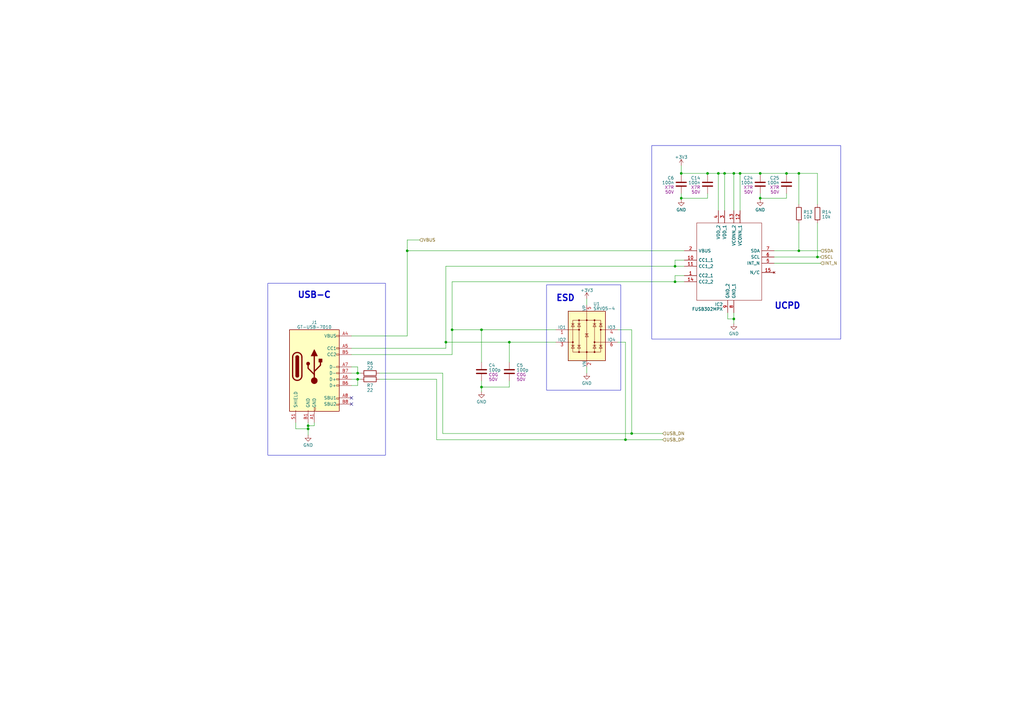
<source format=kicad_sch>
(kicad_sch (version 20230121) (generator eeschema)
  (paper "A3")
  (title_block (date "2023-03-03") (rev "A"))
  (lib_symbols
    (symbol "Capacitor_JLC:100n" (pin_numbers hide) (pin_names (offset 0.254))
      (property "Reference" "C" (at 3.175 3.175 0))
      (property "Value" "100n" (at 3.175 1.27 0))
      (property "Type" "X7R" (at 5.08 -3.175 0))
      (property "Voltage" "50V" (at 5.08 -1.27 0))
      (symbol "100n_0_1"
        (polyline (pts (xy -2.032 -0.762) (xy 2.032 -0.762)) (stroke (width 0.508)))
        (polyline (pts (xy -2.032 0.762) (xy 2.032 0.762)) (stroke (width 0.508)))
      )
      (symbol "100n_1_1"
        (pin passive line (at 0 3.81 270) (length 2.794) (name "~") (number "1"))
        (pin passive line (at 0 -3.81 90) (length 2.794) (name "~") (number "2"))
      )
    )
    (symbol "Capacitor_JLC:100p" (pin_numbers hide) (pin_names (offset 0.254))
      (property "Reference" "C" (at 0.635 2.54 0))
      (property "Value" "100p" (at 0.635 -2.54 0))
      (property "Type" "C0G" (at 5.08 2.54 0))
      (property "Voltage" "50V" (at 5.08 0 0))
      (symbol "100p_0_1"
        (polyline (pts (xy -2.032 -0.762) (xy 2.032 -0.762)) (stroke (width 0.508)))
        (polyline (pts (xy -2.032 0.762) (xy 2.032 0.762)) (stroke (width 0.508)))
      )
      (symbol "100p_1_1"
        (pin passive line (at 0 3.81 270) (length 2.794) (name "~") (number "1"))
        (pin passive line (at 0 -3.81 90) (length 2.794) (name "~") (number "2"))
      )
    )
    (symbol "Connector_JLC:GT-USB-7010" (pin_names (offset 1.016))
      (property "Reference" "J" (at -10.16 29.21 0))
      (property "Value" "GT-USB-7010" (at 10.16 29.21 0))
      (symbol "GT-USB-7010_0_0"
        (rectangle (start 0 -5.08) (end 0.508 -4.064))
        (rectangle (start 10.16 -2.54) (end 9.144 -3.048))
        (rectangle (start 10.16 0) (end 9.144 -0.508))
        (rectangle (start 10.16 5.334) (end 9.144 4.826))
        (rectangle (start 10.16 7.874) (end 9.144 7.366))
        (rectangle (start 10.16 10.414) (end 9.144 9.906))
        (rectangle (start 10.16 12.954) (end 9.144 12.446))
        (rectangle (start 10.16 18.034) (end 9.144 17.526))
        (rectangle (start 10.16 20.574) (end 9.144 20.066))
        (rectangle (start 10.16 25.654) (end 9.144 25.146))
      )
      (symbol "GT-USB-7010_0_1"
        (rectangle (start -10.16 27.94) (end 10.2108 -5.4864) (stroke (width 0.254)) (fill (type background)))
        (arc (start -8.89 9.0932) (mid -6.985 7.1965) (end -5.08 9.0932) (stroke (width 0.508)))
        (arc (start -7.62 9.0932) (mid -6.985 8.4609) (end -6.35 9.0932) (stroke (width 0.254)))
        (arc (start -7.62 9.0932) (mid -6.985 8.4609) (end -6.35 9.0932) (stroke (width 0.254)) (fill (type outline)))
        (rectangle (start -7.62 9.0932) (end -6.35 16.7132) (stroke (width 0.254)) (fill (type outline)))
        (arc (start -6.35 16.7132) (mid -6.985 17.3455) (end -7.62 16.7132) (stroke (width 0.254)))
        (arc (start -6.35 16.7132) (mid -6.985 17.3455) (end -7.62 16.7132) (stroke (width 0.254)) (fill (type outline)))
        (arc (start -5.08 16.7132) (mid -6.985 18.6099) (end -8.89 16.7132) (stroke (width 0.508)))
        (polyline (pts (xy -8.89 9.0932) (xy -8.89 16.7132)) (stroke (width 0.508)))
        (polyline (pts (xy -5.08 16.7132) (xy -5.08 9.0932)) (stroke (width 0.508)))
      )
      (symbol "GT-USB-7010_1_1"
        (circle (center -2.54 14.0462) (radius 0.635) (stroke (width 0.254)) (fill (type outline)))
        (polyline (pts (xy 0 7.0612) (xy 0 17.2212)) (stroke (width 0.508)))
        (polyline (pts (xy 0 9.6012) (xy -2.54 12.1412) (xy -2.54 13.4112)) (stroke (width 0.508)))
        (polyline (pts (xy 0 10.8712) (xy 2.54 13.4112) (xy 2.54 14.6812)) (stroke (width 0.508)))
        (polyline (pts (xy -1.27 17.2212) (xy 0 19.7612) (xy 1.27 17.2212) (xy -1.27 17.2212)) (stroke (width 0.254)) (fill (type outline)))
        (circle (center 0 7.0612) (radius 1.27) (fill (type outline)))
        (rectangle (start 1.905 14.6812) (end 3.175 15.9512) (stroke (width 0.254)) (fill (type outline)))
        (pin passive line (at 0 -10.16 90) (length 5.08) (name "GND") (number "A1"))
        (pin passive line (at 15.24 25.4 180) (length 5.08) (name "VBUS") (number "A4"))
        (pin bidirectional line (at 15.24 20.32 180) (length 5.08) (name "CC1") (number "A5"))
        (pin bidirectional line (at 15.24 7.62 180) (length 5.08) (name "D+") (number "A6"))
        (pin bidirectional line (at 15.24 12.7 180) (length 5.08) (name "D-") (number "A7"))
        (pin bidirectional line (at 15.24 0 180) (length 5.08) (name "SBU1") (number "A8"))
        (pin passive line (at 15.24 25.4 180) (length 5.08) hide (name "VBUS") (number "A9"))
        (pin passive line (at -2.54 -10.16 90) (length 5.08) (name "GND") (number "B1"))
        (pin passive line (at 15.24 25.4 180) (length 5.08) hide (name "VBUS") (number "B4"))
        (pin bidirectional line (at 15.24 17.78 180) (length 5.08) (name "CC2") (number "B5"))
        (pin bidirectional line (at 15.24 5.08 180) (length 5.08) (name "D+") (number "B6"))
        (pin bidirectional line (at 15.24 10.16 180) (length 5.08) (name "D-") (number "B7"))
        (pin bidirectional line (at 15.24 -2.54 180) (length 5.08) (name "SBU2") (number "B8"))
        (pin passive line (at 15.24 25.4 180) (length 5.08) hide (name "VBUS") (number "B9"))
        (pin passive line (at -7.62 -10.16 90) (length 5.08) (name "SHIELD") (number "S1"))
      )
    )
    (symbol "Power_Protection:SRV05-4" (pin_names (offset 0))
      (property "Reference" "U" (at -5.08 11.43 0))
      (property "Value" "SRV05-4" (at 2.54 11.43 0))
      (symbol "SRV05-4_0_0"
        (rectangle (start -5.715 6.477) (end 5.715 -6.604))
        (polyline (pts (xy -3.175 -6.604) (xy -3.175 6.477)))
        (polyline (pts (xy 3.175 6.477) (xy 3.175 -6.604)))
      )
      (symbol "SRV05-4_0_1"
        (rectangle (start -7.62 10.16) (end 7.62 -10.16) (stroke (width 0.254)) (fill (type background)))
        (circle (center -5.715 -2.54) (radius 0.2794) (fill (type outline)))
        (circle (center -3.175 -6.604) (radius 0.2794) (fill (type outline)))
        (circle (center -3.175 2.54) (radius 0.2794) (fill (type outline)))
        (circle (center -3.175 6.477) (radius 0.2794) (fill (type outline)))
        (circle (center 0 -6.604) (radius 0.2794) (fill (type outline)))
        (polyline (pts (xy -7.747 2.54) (xy -3.175 2.54)))
        (polyline (pts (xy -7.62 -2.54) (xy -5.715 -2.54)))
        (polyline (pts (xy -5.08 -3.81) (xy -6.35 -3.81)))
        (polyline (pts (xy -5.08 5.08) (xy -6.35 5.08)))
        (polyline (pts (xy -2.54 -3.81) (xy -3.81 -3.81)))
        (polyline (pts (xy -2.54 5.08) (xy -3.81 5.08)))
        (polyline (pts (xy 0 10.16) (xy 0 -10.16)))
        (polyline (pts (xy 3.81 -3.81) (xy 2.54 -3.81)))
        (polyline (pts (xy 3.81 5.08) (xy 2.54 5.08)))
        (polyline (pts (xy 6.35 -3.81) (xy 5.08 -3.81)))
        (polyline (pts (xy 6.35 5.08) (xy 5.08 5.08)))
        (polyline (pts (xy 7.62 -2.54) (xy 3.175 -2.54)))
        (polyline (pts (xy 7.62 2.54) (xy 5.715 2.54)))
        (polyline (pts (xy 0.635 0.889) (xy -0.635 0.889) (xy -0.635 0.635)))
        (polyline (pts (xy -5.08 -5.08) (xy -6.35 -5.08) (xy -5.715 -3.81) (xy -5.08 -5.08)))
        (polyline (pts (xy -5.08 3.81) (xy -6.35 3.81) (xy -5.715 5.08) (xy -5.08 3.81)))
        (polyline (pts (xy -2.54 -5.08) (xy -3.81 -5.08) (xy -3.175 -3.81) (xy -2.54 -5.08)))
        (polyline (pts (xy -2.54 3.81) (xy -3.81 3.81) (xy -3.175 5.08) (xy -2.54 3.81)))
        (polyline (pts (xy 0.635 -0.381) (xy -0.635 -0.381) (xy 0 0.889) (xy 0.635 -0.381)))
        (polyline (pts (xy 3.81 -5.08) (xy 2.54 -5.08) (xy 3.175 -3.81) (xy 3.81 -5.08)))
        (polyline (pts (xy 3.81 3.81) (xy 2.54 3.81) (xy 3.175 5.08) (xy 3.81 3.81)))
        (polyline (pts (xy 6.35 -5.08) (xy 5.08 -5.08) (xy 5.715 -3.81) (xy 6.35 -5.08)))
        (polyline (pts (xy 6.35 3.81) (xy 5.08 3.81) (xy 5.715 5.08) (xy 6.35 3.81)))
        (circle (center 0 6.477) (radius 0.2794) (fill (type outline)))
        (circle (center 3.175 -6.604) (radius 0.2794) (fill (type outline)))
        (circle (center 3.175 -2.54) (radius 0.2794) (fill (type outline)))
        (circle (center 3.175 6.477) (radius 0.2794) (fill (type outline)))
        (circle (center 5.715 2.54) (radius 0.2794) (fill (type outline)))
      )
      (symbol "SRV05-4_1_1"
        (pin passive line (at -12.7 2.54 0) (length 5.08) (name "IO1") (number "1"))
        (pin passive line (at 0 -12.7 90) (length 2.54) (name "VN") (number "2"))
        (pin passive line (at -12.7 -2.54 0) (length 5.08) (name "IO2") (number "3"))
        (pin passive line (at 12.7 2.54 180) (length 5.08) (name "IO3") (number "4"))
        (pin passive line (at 0 12.7 270) (length 2.54) (name "VP") (number "5"))
        (pin passive line (at 12.7 -2.54 180) (length 5.08) (name "IO4") (number "6"))
      )
    )
    (symbol "Resistor_JLC:10k" (pin_numbers hide) (pin_names (offset 0))
      (property "Reference" "R" (at 2.032 0 90))
      (property "Value" "10k" (at 0 0 90))
      (symbol "10k_0_1"
        (rectangle (start -1.016 -2.54) (end 1.016 2.54) (stroke (width 0.254)))
      )
      (symbol "10k_1_1"
        (pin passive line (at 0 3.81 270) (length 1.27) (name "~") (number "1"))
        (pin passive line (at 0 -3.81 90) (length 1.27) (name "~") (number "2"))
      )
    )
    (symbol "Resistor_JLC:22" (pin_numbers hide) (pin_names (offset 0))
      (property "Reference" "R" (at 2.032 0 90))
      (property "Value" "22" (at 0 0 90))
      (symbol "22_0_1"
        (rectangle (start -1.016 -2.54) (end 1.016 2.54) (stroke (width 0.254)))
      )
      (symbol "22_1_1"
        (pin passive line (at 0 3.81 270) (length 1.27) (name "~") (number "1"))
        (pin passive line (at 0 -3.81 90) (length 1.27) (name "~") (number "2"))
      )
    )
    (symbol "USB_JLC:FUSB302MPX" (pin_names (offset 0.762))
      (property "Reference" "IC" (at 26.67 20.32 0))
      (property "Value" "FUSB302MPX" (at 26.67 17.78 0))
      (symbol "FUSB302MPX_0_0"
        (pin passive line (at -1.27 -7.62 180) (length 5.08) (name "CC2_1") (number "1"))
        (pin passive line (at -1.27 -1.27 180) (length 5.08) (name "CC1_1") (number "10"))
        (pin passive line (at -1.27 -3.81 180) (length 5.08) (name "CC1_2") (number "11"))
        (pin passive line (at -24.13 19.05 270) (length 5.08) (name "VCONN_1") (number "12"))
        (pin passive line (at -21.59 19.05 270) (length 5.08) (name "VCONN_2") (number "13"))
        (pin passive line (at -1.27 -10.16 180) (length 5.08) (name "CC2_2") (number "14"))
        (pin no_connect line (at -38.1 -6.35 0) (length 5.08) (name "N/C") (number "15"))
        (pin passive line (at -1.27 2.54 180) (length 5.08) (name "VBUS") (number "2"))
        (pin passive line (at -17.78 19.05 270) (length 5.08) (name "VDD_1") (number "3"))
        (pin passive line (at -15.24 19.05 270) (length 5.08) (name "VDD_2") (number "4"))
        (pin passive line (at -38.1 -2.54 0) (length 5.08) (name "INT_N") (number "5"))
        (pin passive line (at -38.1 0 0) (length 5.08) (name "SCL") (number "6"))
        (pin passive line (at -38.1 2.54 0) (length 5.08) (name "SDA") (number "7"))
        (pin passive line (at -21.59 -22.86 90) (length 5.08) (name "GND_1") (number "8"))
        (pin passive line (at -19.05 -22.86 90) (length 5.08) (name "GND_2") (number "9"))
      )
      (symbol "FUSB302MPX_0_1"
        (rectangle (start -33.02 13.97) (end -6.35 -17.78) (stroke (width 0.1524)))
      )
    )
    (symbol "power:+3V3" (power) (pin_names (offset 0))
      (property "Value" "+3V3" (at 0 3.556 0))
      (symbol "+3V3_0_1"
        (polyline (pts (xy -0.762 1.27) (xy 0 2.54)))
        (polyline (pts (xy 0 0) (xy 0 2.54)))
        (polyline (pts (xy 0 2.54) (xy 0.762 1.27)))
      )
      (symbol "+3V3_1_1"
        (pin power_in line (at 0 0 90) (length 0) hide (name "+3V3") (number "1"))
      )
    )
    (symbol "power:GND" (power) (pin_names (offset 0))
      (property "Value" "GND" (at 0 -3.81 0))
      (symbol "GND_0_1"
        (polyline (pts (xy 0 0) (xy 0 -1.27) (xy 1.27 -1.27) (xy 0 -2.54) (xy -1.27 -1.27) (xy 0 -1.27)))
      )
      (symbol "GND_1_1"
        (pin power_in line (at 0 0 270) (length 0) hide (name "GND") (number "1"))
      )
    )
  )
  (junction (at 297.18 71.12))
  (junction (at 279.4 71.12))
  (junction (at 335.28 105.41))
  (junction (at 167.005 102.87))
  (junction (at 126.365 175.895))
  (junction (at 197.485 135.255))
  (junction (at 311.785 71.12))
  (junction (at 279.4 81.28))
  (junction (at 185.42 135.255))
  (junction (at 276.86 109.22))
  (junction (at 259.08 177.8))
  (junction (at 208.915 140.335))
  (junction (at 182.88 140.335))
  (junction (at 197.485 158.75))
  (junction (at 146.685 155.575))
  (junction (at 276.86 115.57))
  (junction (at 290.195 71.12))
  (junction (at 300.99 71.12))
  (junction (at 311.785 81.28))
  (junction (at 300.99 130.81))
  (junction (at 126.365 174.625))
  (junction (at 327.66 102.87))
  (junction (at 146.685 153.035))
  (junction (at 294.64 71.12))
  (junction (at 322.58 71.12))
  (junction (at 256.54 180.34))
  (junction (at 327.66 71.12))
  (junction (at 303.53 71.12))
  (no_connect (at 144.145 163.195))
  (no_connect (at 144.145 165.735))
  (wire (pts (xy 327.66 102.87) (xy 336.55 102.87)))
  (wire (pts (xy 167.005 102.87) (xy 167.005 137.795)))
  (wire (pts (xy 181.61 177.8) (xy 259.08 177.8)))
  (wire (pts (xy 256.54 180.34) (xy 271.78 180.34)))
  (wire (pts (xy 181.61 153.035) (xy 181.61 177.8)))
  (wire (pts (xy 335.28 71.12) (xy 335.28 83.82)))
  (wire (pts (xy 182.88 140.335) (xy 182.88 142.875)))
  (wire (pts (xy 276.86 113.03) (xy 276.86 115.57)))
  (wire (pts (xy 144.145 150.495) (xy 146.685 150.495)))
  (wire (pts (xy 172.085 98.425) (xy 167.005 98.425)))
  (wire (pts (xy 276.86 109.22) (xy 276.86 106.68)))
  (wire (pts (xy 167.005 102.87) (xy 280.67 102.87)))
  (wire (pts (xy 335.28 91.44) (xy 335.28 105.41)))
  (wire (pts (xy 290.195 71.12) (xy 294.64 71.12)))
  (wire (pts (xy 126.365 175.895) (xy 126.365 178.435)))
  (wire (pts (xy 146.685 155.575) (xy 147.955 155.575)))
  (wire (pts (xy 294.64 86.36) (xy 294.64 71.12)))
  (wire (pts (xy 322.58 81.28) (xy 311.785 81.28)))
  (wire (pts (xy 327.66 91.44) (xy 327.66 102.87)))
  (wire (pts (xy 197.485 135.255) (xy 227.965 135.255)))
  (wire (pts (xy 276.86 106.68) (xy 280.67 106.68)))
  (wire (pts (xy 167.005 137.795) (xy 144.145 137.795)))
  (wire (pts (xy 185.42 135.255) (xy 197.485 135.255)))
  (wire (pts (xy 297.18 71.12) (xy 294.64 71.12)))
  (wire (pts (xy 311.785 71.755) (xy 311.785 71.12)))
  (wire (pts (xy 311.785 79.375) (xy 311.785 81.28)))
  (wire (pts (xy 146.685 150.495) (xy 146.685 153.035)))
  (wire (pts (xy 182.88 140.335) (xy 208.915 140.335)))
  (wire (pts (xy 322.58 79.375) (xy 322.58 81.28)))
  (wire (pts (xy 298.45 128.27) (xy 298.45 130.81)))
  (wire (pts (xy 279.4 81.28) (xy 279.4 81.915)))
  (wire (pts (xy 185.42 145.415) (xy 144.145 145.415)))
  (wire (pts (xy 280.67 109.22) (xy 276.86 109.22)))
  (wire (pts (xy 128.905 173.355) (xy 128.905 174.625)))
  (wire (pts (xy 279.4 67.945) (xy 279.4 71.12)))
  (wire (pts (xy 185.42 135.255) (xy 185.42 145.415)))
  (wire (pts (xy 197.485 156.21) (xy 197.485 158.75)))
  (wire (pts (xy 259.08 177.8) (xy 271.78 177.8)))
  (wire (pts (xy 146.685 153.035) (xy 144.145 153.035)))
  (wire (pts (xy 290.195 79.375) (xy 290.195 81.28)))
  (wire (pts (xy 167.005 98.425) (xy 167.005 102.87)))
  (wire (pts (xy 182.88 109.22) (xy 182.88 140.335)))
  (wire (pts (xy 146.685 153.035) (xy 147.955 153.035)))
  (wire (pts (xy 208.915 156.21) (xy 208.915 158.75)))
  (wire (pts (xy 182.88 109.22) (xy 276.86 109.22)))
  (wire (pts (xy 303.53 71.12) (xy 311.785 71.12)))
  (wire (pts (xy 335.28 105.41) (xy 336.55 105.41)))
  (wire (pts (xy 300.99 130.81) (xy 300.99 132.715)))
  (wire (pts (xy 303.53 71.12) (xy 300.99 71.12)))
  (wire (pts (xy 279.4 79.375) (xy 279.4 81.28)))
  (wire (pts (xy 197.485 148.59) (xy 197.485 135.255)))
  (wire (pts (xy 253.365 135.255) (xy 259.08 135.255)))
  (wire (pts (xy 144.145 155.575) (xy 146.685 155.575)))
  (wire (pts (xy 256.54 140.335) (xy 256.54 180.34)))
  (wire (pts (xy 276.86 115.57) (xy 280.67 115.57)))
  (wire (pts (xy 121.285 173.355) (xy 121.285 175.895)))
  (wire (pts (xy 208.915 158.75) (xy 197.485 158.75)))
  (wire (pts (xy 317.5 105.41) (xy 335.28 105.41)))
  (wire (pts (xy 311.785 81.28) (xy 311.785 81.915)))
  (wire (pts (xy 280.67 113.03) (xy 276.86 113.03)))
  (wire (pts (xy 327.66 71.12) (xy 327.66 83.82)))
  (wire (pts (xy 121.285 175.895) (xy 126.365 175.895)))
  (wire (pts (xy 253.365 140.335) (xy 256.54 140.335)))
  (wire (pts (xy 322.58 71.12) (xy 322.58 71.755)))
  (wire (pts (xy 317.5 102.87) (xy 327.66 102.87)))
  (wire (pts (xy 300.99 128.27) (xy 300.99 130.81)))
  (wire (pts (xy 259.08 135.255) (xy 259.08 177.8)))
  (wire (pts (xy 279.4 71.12) (xy 290.195 71.12)))
  (wire (pts (xy 126.365 174.625) (xy 126.365 175.895)))
  (wire (pts (xy 317.5 107.95) (xy 336.55 107.95)))
  (wire (pts (xy 197.485 158.75) (xy 197.485 160.655)))
  (wire (pts (xy 128.905 174.625) (xy 126.365 174.625)))
  (wire (pts (xy 290.195 71.12) (xy 290.195 71.755)))
  (wire (pts (xy 208.915 140.335) (xy 227.965 140.335)))
  (wire (pts (xy 155.575 155.575) (xy 179.07 155.575)))
  (wire (pts (xy 146.685 158.115) (xy 146.685 155.575)))
  (wire (pts (xy 144.145 158.115) (xy 146.685 158.115)))
  (wire (pts (xy 179.07 180.34) (xy 256.54 180.34)))
  (wire (pts (xy 279.4 71.12) (xy 279.4 71.755)))
  (wire (pts (xy 185.42 115.57) (xy 276.86 115.57)))
  (wire (pts (xy 322.58 71.12) (xy 327.66 71.12)))
  (wire (pts (xy 126.365 173.355) (xy 126.365 174.625)))
  (wire (pts (xy 327.66 71.12) (xy 335.28 71.12)))
  (wire (pts (xy 240.665 122.555) (xy 240.665 125.095)))
  (wire (pts (xy 300.99 71.12) (xy 297.18 71.12)))
  (wire (pts (xy 185.42 115.57) (xy 185.42 135.255)))
  (wire (pts (xy 311.785 71.12) (xy 322.58 71.12)))
  (wire (pts (xy 300.99 71.12) (xy 300.99 86.36)))
  (wire (pts (xy 290.195 81.28) (xy 279.4 81.28)))
  (wire (pts (xy 144.145 142.875) (xy 182.88 142.875)))
  (wire (pts (xy 297.18 71.12) (xy 297.18 86.36)))
  (wire (pts (xy 303.53 86.36) (xy 303.53 71.12)))
  (wire (pts (xy 155.575 153.035) (xy 181.61 153.035)))
  (wire (pts (xy 208.915 148.59) (xy 208.915 140.335)))
  (wire (pts (xy 240.665 150.495) (xy 240.665 153.035)))
  (wire (pts (xy 298.45 130.81) (xy 300.99 130.81)))
  (wire (pts (xy 179.07 155.575) (xy 179.07 180.34)))
  (rectangle (start 224.155 116.84) (end 254.635 160.02))
  (rectangle (start 109.855 116.205) (end 158.115 186.69))
  (rectangle (start 267.335 59.69) (end 344.805 139.065))
  (text "ESD" (at 227.965 123.825 0) (effects (font (size 2.54 2.54) (thickness 0.508) bold) (justify left bottom)))
  (text "USB-C" (at 121.92 122.555 0) (effects (font (size 2.54 2.54) (thickness 0.508) bold) (justify left bottom)))
  (text "UCPD" (at 317.5 127 0) (effects (font (size 2.54 2.54) (thickness 0.508) bold) (justify left bottom)))
  (hierarchical_label "VBUS" (shape input) (at 172.085 98.425 0))
  (hierarchical_label "SDA" (shape input) (at 336.55 102.87 0))
  (hierarchical_label "USB_DP" (shape input) (at 271.78 180.34 0))
  (hierarchical_label "USB_DN" (shape input) (at 271.78 177.8 0))
  (hierarchical_label "SCL" (shape input) (at 336.55 105.41 0))
  (hierarchical_label "INT_N" (shape input) (at 336.55 107.95 0))
  (symbol (lib_id "Connector_JLC:GT-USB-7010") (at 128.905 163.195 0) (unit 1)
    (property "Reference" "J1" (at 128.9304 132.2451 0))
    (property "Value" "GT-USB-7010" (at 128.9304 134.1661 0))
    (property "Footprint" "Connectors_JT:GT-USB-7010A" (effects hide))
    (property "Datasheet" "https://www.dg-switch.com/uploads/soft/190828/GT-USB-7010X.pdf" (effects hide))
    (property "LCSC" "C963370" (effects hide))
  )
  (symbol (lib_id "power:GND") (at 126.365 178.435 0) (unit 1)
    (property "Reference" "#PWR05" (effects hide))
    (property "Value" "GND" (at 126.365 182.5705 0))
  )
  (symbol (lib_id "power:+3V3") (at 240.665 122.555 0) (unit 1)
    (property "Reference" "#PWR06" (effects hide))
    (property "Value" "+3V3" (at 240.665 119.0531 0))
  )
  (symbol (lib_id "Capacitor_JLC:100n") (at 290.195 75.565 0) (mirror x) (unit 1)
    (property "Reference" "C14" (at 287.2741 73.0003 0) (effects (justify right)))
    (property "Value" "100n" (at 287.2741 74.9213 0) (effects (justify right)))
    (property "Footprint" "Capacitor_SMD:C_0402_1005Metric" (effects hide))
    (property "Type" "X7R" (at 287.2741 76.8423 0) (effects (justify right)))
    (property "LCSC" "C307331" (effects hide))
    (property "Voltage" "50V" (at 287.2741 78.7633 0) (effects (justify right)))
  )
  (symbol (lib_id "Resistor_JLC:10k") (at 327.66 87.63 0) (unit 1)
    (property "Reference" "R13" (at 329.438 86.9863 0) (effects (justify left)))
    (property "Value" "10k" (at 329.438 88.9073 0) (effects (justify left)))
    (property "Footprint" "Resistor_SMD:R_0402_1005Metric" (effects hide))
    (property "LCSC" "C25744" (effects hide))
  )
  (symbol (lib_id "power:GND") (at 279.4 81.915 0) (unit 1)
    (property "Reference" "#PWR011" (effects hide))
    (property "Value" "GND" (at 279.4 86.0505 0))
  )
  (symbol (lib_id "Capacitor_JLC:100n") (at 322.58 75.565 0) (mirror x) (unit 1)
    (property "Reference" "C25" (at 319.6591 73.0003 0) (effects (justify right)))
    (property "Value" "100n" (at 319.6591 74.9213 0) (effects (justify right)))
    (property "Footprint" "Capacitor_SMD:C_0402_1005Metric" (effects hide))
    (property "Type" "X7R" (at 319.6591 76.8423 0) (effects (justify right)))
    (property "LCSC" "C307331" (effects hide))
    (property "Voltage" "50V" (at 319.6591 78.7633 0) (effects (justify right)))
  )
  (symbol (lib_id "Capacitor_JLC:100n") (at 279.4 75.565 0) (mirror x) (unit 1)
    (property "Reference" "C6" (at 276.4791 73.0003 0) (effects (justify right)))
    (property "Value" "100n" (at 276.4791 74.9213 0) (effects (justify right)))
    (property "Footprint" "Capacitor_SMD:C_0402_1005Metric" (effects hide))
    (property "Type" "X7R" (at 276.4791 76.8423 0) (effects (justify right)))
    (property "LCSC" "C307331" (effects hide))
    (property "Voltage" "50V" (at 276.4791 78.7633 0) (effects (justify right)))
  )
  (symbol (lib_id "power:GND") (at 197.485 160.655 0) (unit 1)
    (property "Reference" "#PWR09" (effects hide))
    (property "Value" "GND" (at 197.485 164.7905 0))
  )
  (symbol (lib_id "Power_Protection:SRV05-4") (at 240.665 137.795 0) (unit 1)
    (property "Reference" "U1" (at 243.3067 124.6251 0) (effects (justify left)))
    (property "Value" "SRV05-4" (at 243.3067 126.5461 0) (effects (justify left)))
    (property "Footprint" "Package_TO_SOT_SMD:SOT-23-6" (effects hide))
    (property "Datasheet" "http://www.onsemi.com/pub/Collateral/SRV05-4-D.PDF" (effects hide))
  )
  (symbol (lib_id "Resistor_JLC:22") (at 151.765 153.035 90) (unit 1)
    (property "Reference" "R6" (at 151.765 149.0091 90))
    (property "Value" "22" (at 151.765 150.9301 90))
    (property "Footprint" "Resistor_SMD:R_0402_1005Metric" (effects hide))
    (property "LCSC" "C25092" (effects hide))
  )
  (symbol (lib_id "USB_JLC:FUSB302MPX") (at 279.4 105.41 0) (mirror y) (unit 1)
    (property "Reference" "IC2" (at 296.4941 124.8617 0) (effects (justify left)))
    (property "Value" "FUSB302MPX" (at 296.4941 126.7827 0) (effects (justify left)))
    (property "Footprint" "Package_DFN_QFN:WQFN-14-1EP_2.5x2.5mm_P0.5mm_EP1.45x1.45mm" (effects hide))
    (property "Datasheet" "https://datasheet.datasheetarchive.com/originals/distributors/DKDS-30/584874.pdf" (effects hide))
    (property "Description" "USB-C Controller w/PD 2.0 WQFN-14" (effects hide))
    (property "Height" "0.8" (effects hide))
    (property "Manufacturer_Name" "ON Semiconductor" (effects hide))
    (property "Manufacturer_Part_Number" "FUSB302MPX" (effects hide))
    (property "Mouser Part Number" "512-FUSB302MPX" (effects hide))
    (property "Mouser Price/Stock" "https://www.mouser.co.uk/ProductDetail/ON-Semiconductor-Fairchild/FUSB302MPX?qs=4SZXFaw57sm8ZmQ7q6qVtQ%3D%3D" (effects hide))
    (property "Arrow Part Number" "FUSB302MPX" (effects hide))
    (property "Arrow Price/Stock" "https://www.arrow.com/en/products/fusb302mpx/on-semiconductor?region=nac" (effects hide))
    (property "LCSC" "C442699" (effects hide))
  )
  (symbol (lib_id "power:+3V3") (at 279.4 67.945 0) (unit 1)
    (property "Reference" "#PWR010" (effects hide))
    (property "Value" "+3V3" (at 279.4 64.4431 0))
  )
  (symbol (lib_id "Capacitor_JLC:100n") (at 311.785 75.565 0) (mirror x) (unit 1)
    (property "Reference" "C24" (at 308.8641 73.0003 0) (effects (justify right)))
    (property "Value" "100n" (at 308.8641 74.9213 0) (effects (justify right)))
    (property "Footprint" "Capacitor_SMD:C_0402_1005Metric" (effects hide))
    (property "Type" "X7R" (at 308.8641 76.8423 0) (effects (justify right)))
    (property "LCSC" "C307331" (effects hide))
    (property "Voltage" "50V" (at 308.8641 78.7633 0) (effects (justify right)))
  )
  (symbol (lib_id "Capacitor_JLC:100p") (at 197.485 152.4 0) (unit 1)
    (property "Reference" "C4" (at 200.406 149.8353 0) (effects (justify left)))
    (property "Value" "100p" (at 200.406 151.7563 0) (effects (justify left)))
    (property "Footprint" "Capacitor_SMD:C_0402_1005Metric" (effects hide))
    (property "Type" "C0G" (at 200.406 153.6773 0) (effects (justify left)))
    (property "LCSC" "C1546" (effects hide))
    (property "Voltage" "50V" (at 200.406 155.5983 0) (effects (justify left)))
  )
  (symbol (lib_id "Capacitor_JLC:100p") (at 208.915 152.4 0) (unit 1)
    (property "Reference" "C5" (at 211.836 149.8353 0) (effects (justify left)))
    (property "Value" "100p" (at 211.836 151.7563 0) (effects (justify left)))
    (property "Footprint" "Capacitor_SMD:C_0402_1005Metric" (effects hide))
    (property "Type" "C0G" (at 211.836 153.6773 0) (effects (justify left)))
    (property "LCSC" "C1546" (effects hide))
    (property "Voltage" "50V" (at 211.836 155.5983 0) (effects (justify left)))
  )
  (symbol (lib_id "Resistor_JLC:10k") (at 335.28 87.63 0) (unit 1)
    (property "Reference" "R14" (at 337.058 86.9863 0) (effects (justify left)))
    (property "Value" "10k" (at 337.058 88.9073 0) (effects (justify left)))
    (property "Footprint" "Resistor_SMD:R_0402_1005Metric" (effects hide))
    (property "LCSC" "C25744" (effects hide))
  )
  (symbol (lib_id "power:GND") (at 300.99 132.715 0) (unit 1)
    (property "Reference" "#PWR08" (effects hide))
    (property "Value" "GND" (at 300.99 136.8505 0))
  )
  (symbol (lib_id "power:GND") (at 311.785 81.915 0) (unit 1)
    (property "Reference" "#PWR036" (effects hide))
    (property "Value" "GND" (at 311.785 86.0505 0))
  )
  (symbol (lib_id "Resistor_JLC:22") (at 151.765 155.575 270) (unit 1)
    (property "Reference" "R7" (at 151.765 158.099 90))
    (property "Value" "22" (at 151.765 160.02 90))
    (property "Footprint" "Resistor_SMD:R_0402_1005Metric" (effects hide))
    (property "LCSC" "C25092" (effects hide))
  )
  (symbol (lib_id "power:GND") (at 240.665 153.035 0) (unit 1)
    (property "Reference" "#PWR07" (effects hide))
    (property "Value" "GND" (at 240.665 157.1705 0))
  )
)
</source>
